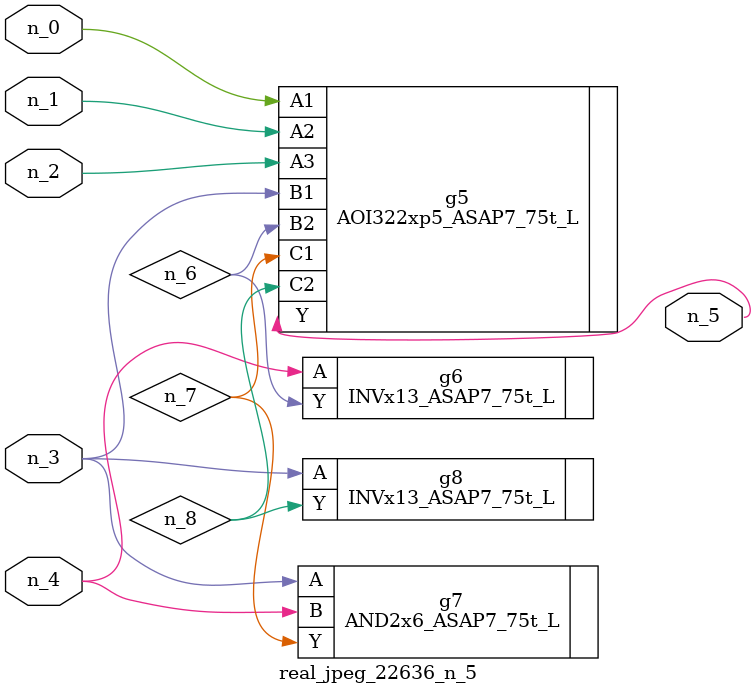
<source format=v>
module real_jpeg_22636_n_5 (n_4, n_0, n_1, n_2, n_3, n_5);

input n_4;
input n_0;
input n_1;
input n_2;
input n_3;

output n_5;

wire n_8;
wire n_6;
wire n_7;

AOI322xp5_ASAP7_75t_L g5 ( 
.A1(n_0),
.A2(n_1),
.A3(n_2),
.B1(n_3),
.B2(n_6),
.C1(n_7),
.C2(n_8),
.Y(n_5)
);

AND2x6_ASAP7_75t_L g7 ( 
.A(n_3),
.B(n_4),
.Y(n_7)
);

INVx13_ASAP7_75t_L g8 ( 
.A(n_3),
.Y(n_8)
);

INVx13_ASAP7_75t_L g6 ( 
.A(n_4),
.Y(n_6)
);


endmodule
</source>
